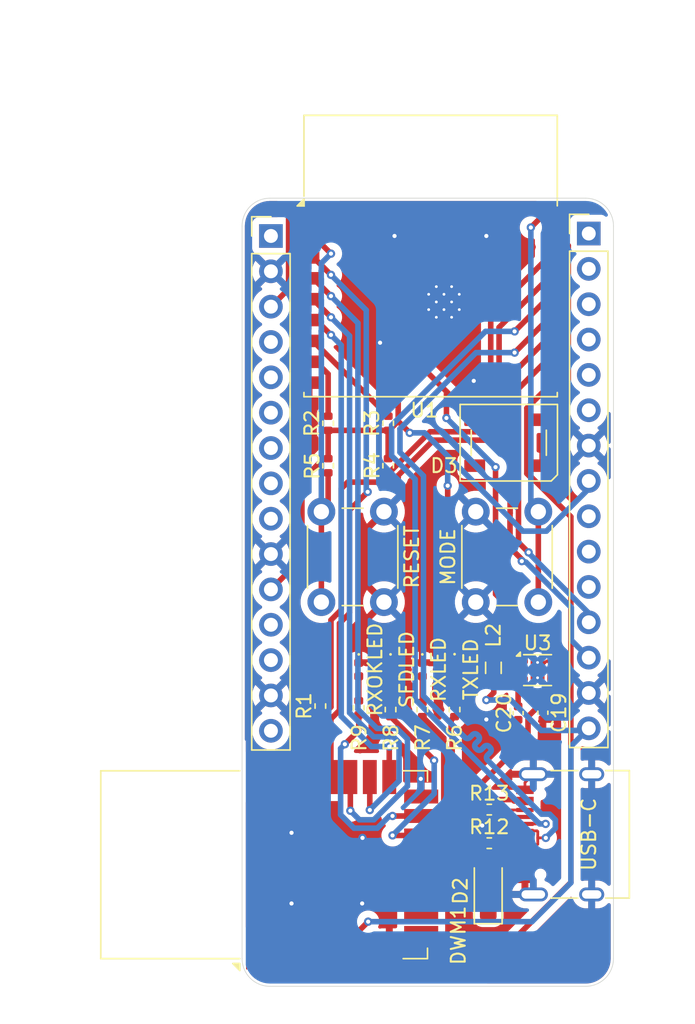
<source format=kicad_pcb>
(kicad_pcb (version 20241229) (generator "pcbnew") (generator_version "9.0")
  (layers (0 "F.Cu" signal) (2 "B.Cu" signal) (13 "F.Paste" user) (15 "B.Paste" user) (5 "F.SilkS" user "F.Silkscreen") (7 "B.SilkS" user "B.Silkscreen") (1 "F.Mask" user) (3 "B.Mask" user) (25 "Edge.Cuts" user))
  (net 0 "")
  (net 1 "GND")
  (net 2 "/U-SPICSn")
  (net 4 "+3V3")
  (net 5 "/U-IRQ")
  (net 6 "/U-SPIMISO")
  (net 7 "Net-(D1-A)")
  (net 9 "/U-SPIMOSI")
  (net 11 "Net-(D4-A)")
  (net 12 "/U-RSTn")
  (net 13 "Net-(D5-A)")
  (net 14 "/U-SPICLK")
  (net 17 "Net-(D6-A)")
  (net 19 "/GP14")
  (net 20 "/GP12")
  (net 21 "VIN")
  (net 22 "/GP10")
  (net 23 "/EN")
  (net 24 "/GP13")
  (net 25 "/RST")
  (net 26 "/GP15")
  (net 27 "/GP11")
  (net 28 "/GP9")
  (net 29 "/GP5")
  (net 30 "/GP1")
  (net 31 "/GP7")
  (net 32 "/GP2")
  (net 33 "/GP6")
  (net 34 "/TXD")
  (net 35 "/RXD")
  (net 36 "/GP0")
  (net 37 "/GP4")
  (net 38 "/GP3")
  (net 39 "/GP8")
  (net 40 "+5V")
  (net 41 "VBUS")
  (net 42 "/LED")
  (net 44 "Net-(J4-CC1)")
  (net 45 "USB_D-")
  (net 46 "USB_D+")
  (net 47 "Net-(J4-CC2)")
  (net 48 "Net-(U3-SW)")
  (net 49 "Net-(U1-IO9)")
  (net 50 "Net-(U1-IO8)")
  (net 51 "Net-(U1-IO2)")
  (net 52 "/ENABLE")
  (net 53 "/BUTTON")
  (net 54 "/RXLED")
  (net 55 "/RXOKLED")
  (net 56 "/SFDLED")
  (net 57 "/TXLED")
  (footprint "LED_SMD:LED_0402_1005Metric" (layer "F.Cu") (at 100.044 82.975 -90)
    (property "Reference" "SFDLED")
    (property "Value" "SFDLED")
  )
  (footprint "LED_SMD:LED_0402_1005Metric" (layer "F.Cu") (at 97.758 82.975 -90)
    (property "Reference" "RXOKLED")
    (property "Value" "RXOKLED")
  )
  (footprint "Resistor_SMD:R_0402_1005Metric" (layer "F.Cu") (at 95.5548 68.328 -90)
    (property "Reference" "R5")
    (property "Value" "10k")
  )
  (footprint "Diode_SMD:D_SOD-123" (layer "F.Cu") (at 107.069 98.8822 90)
    (property "Reference" "D2")
    (property "Value" "D_shottky")
  )
  (footprint "Resistor_SMD:R_0402_1005Metric" (layer "F.Cu") (at 94.996 85.598 90)
    (property "Reference" "R1")
    (property "Value" "10k")
  )
  (footprint "LED_SMD:LED_WS2812B_PLCC4_5.0x5.0mm_P3.2mm" (layer "F.Cu") (at 108.548 66.674)
    (property "Reference" "D3")
    (property "Value" "WS2812B")
  )
  (footprint "Connector_PinHeader_2.54mm:PinHeader_1x15_P2.54mm_Vertical" (layer "F.Cu") (at 91.44 51.816)
    (property "Reference" "J1" (hide yes))
    (property "Value" "L_GPIO")
  )
  (footprint "Resistor_SMD:R_0402_1005Metric" (layer "F.Cu") (at 107.1452 95.4532)
    (property "Reference" "R12")
    (property "Value" "5.1k")
  )
  (footprint "Capacitor_SMD:C_0402_1005Metric" (layer "F.Cu") (at 110.998 86.078 -90)
    (property "Reference" "C19")
    (property "Value" "10uF")
  )
  (footprint "Capacitor_SMD:C_0402_1005Metric" (layer "F.Cu") (at 109.22 86.106 -90)
    (property "Reference" "C20")
    (property "Value" "10uF")
  )
  (footprint "Resistor_SMD:R_0402_1005Metric" (layer "F.Cu") (at 100.044 85.85 -90)
    (property "Reference" "R8")
    (property "Value" "R_Small")
  )
  (footprint "Resistor_SMD:R_0402_1005Metric" (layer "F.Cu") (at 95.5548 65.278 90)
    (property "Reference" "R2")
    (property "Value" "10k")
  )
  (footprint "Button_Switch_THT:SW_PUSH_6mm" (layer "F.Cu") (at 106.172 78.128 90)
    (property "Reference" "MODE")
    (property "Value" "MODE")
  )
  (footprint "LED_SMD:LED_0402_1005Metric" (layer "F.Cu") (at 104.648 82.96 -90)
    (property "Reference" "TXLED")
    (property "Value" "TXLED")
  )
  (footprint "Connector_USB:USB_C_Receptacle_G-Switch_GT-USB-7010ASV" (layer "F.Cu") (at 113.4362 94.8182 90)
    (property "Reference" "USB-C")
    (property "Value" "USB_C_Receptacle_USB2.0_14P")
  )
  (footprint "RF_Module:ESP32-C3-WROOM-02" (layer "F.Cu") (at 102.926 56.358)
    (property "Reference" "U1")
    (property "Value" "ESP32-C3-WROOM-02")
  )
  (footprint "Resistor_SMD:R_0402_1005Metric" (layer "F.Cu") (at 97.758 85.726 -90)
    (property "Reference" "R9")
    (property "Value" "R_Small")
  )
  (footprint "Package_SON:WSON-6-1EP_2x2mm_P0.65mm_EP1x1.6mm_ThermalVias" (layer "F.Cu") (at 110.6185 83.016)
    (property "Reference" "U3")
    (property "Value" "TPS62291")
  )
  (footprint "Resistor_SMD:R_0402_1005Metric" (layer "F.Cu") (at 99.8728 68.326 90)
    (property "Reference" "R4")
    (property "Value" "10k")
  )
  (footprint "Resistor_SMD:R_0402_1005Metric" (layer "F.Cu") (at 99.8728 65.276 90)
    (property "Reference" "R3")
    (property "Value" "10k")
  )
  (footprint "Resistor_SMD:R_0402_1005Metric" (layer "F.Cu") (at 104.648 85.85 -90)
    (property "Reference" "R6")
    (property "Value" "R_Small")
  )
  (footprint "Inductor_SMD:L_0805_2012Metric" (layer "F.Cu") (at 107.442 82.851 90)
    (property "Reference" "L2")
    (property "Value" "2.2uH 1.2A")
  )
  (footprint "RF_Module:DWM1000" (layer "F.Cu") (at 90.9512 97 90)
    (property "Reference" "DWM1")
    (property "Value" "DWM1000")
  )
  (footprint "Button_Switch_THT:SW_PUSH_6mm" (layer "F.Cu") (at 99.568 71.628 -90)
    (property "Reference" "RESET")
    (property "Value" "RESET")
  )
  (footprint "LED_SMD:LED_0402_1005Metric" (layer "F.Cu") (at 102.33 82.975 -90)
    (property "Reference" "RXLED")
    (property "Value" "RXLED")
  )
  (footprint "Connector_PinHeader_2.54mm:PinHeader_1x15_P2.54mm_Vertical" (layer "F.Cu") (at 114.3 51.64)
    (property "Reference" "J2" (hide yes))
    (property "Value" "R_GPIO")
  )
  (footprint "Resistor_SMD:R_0402_1005Metric" (layer "F.Cu") (at 107.1452 93.0402)
    (property "Reference" "R13")
    (property "Value" "5.1k")
  )
  (footprint "Resistor_SMD:R_0402_1005Metric" (layer "F.Cu") (at 102.33 85.85 -90)
    (property "Reference" "R7")
    (property "Value" "R_Small")
  )
  (gr_line (start 116.078 51.1) (end 116.078 103.7402) (stroke (width 0.05)) (layer "Edge.Cuts"))
  (gr_arc (start 91.3652 105.7402) (mid 89.950986 105.154414) (end 89.3652 103.7402) (stroke (width 0.05)) (layer "Edge.Cuts"))
  (gr_line (start 114.078 105.7402) (end 91.3652 105.7402) (stroke (width 0.05)) (layer "Edge.Cuts"))
  (gr_arc (start 116.078 103.7402) (mid 115.492214 105.154414) (end 114.078 105.7402) (stroke (width 0.05)) (layer "Edge.Cuts"))
  (gr_line (start 89.3652 103.7402) (end 89.3652 51.1) (stroke (width 0.05)) (layer "Edge.Cuts"))
  (gr_line (start 91.3652 49.1) (end 114.078 49.1) (stroke (width 0.05)) (layer "Edge.Cuts"))
  (gr_arc (start 89.3652 51.1) (mid 89.950986 49.685786) (end 91.3652 49.1) (stroke (width 0.05)) (layer "Edge.Cuts"))
  (gr_arc (start 114.078 49.1) (mid 115.492214 49.685786) (end 116.078 51.1) (stroke (width 0.05)) (layer "Edge.Cuts"))
  (segment (start 109.7112 91.0982) (end 110.3112 90.4982) (width 0.2) (layer "F.Cu") (net 1))
  (segment (start 109.7112 91.6182) (end 109.7112 91.0982) (width 0.2) (layer "F.Cu") (net 1))
  (segment (start 93.066 73.05) (end 93.066 63.468) (width 0.4) (layer "F.Cu") (net 1))
  (segment (start 111.2685 82.366) (end 110.6185 83.016) (width 0.2) (layer "F.Cu") (net 1))
  (segment (start 93.066 63.468) (end 94.176 62.358) (width 0.4) (layer "F.Cu") (net 1))
  (segment (start 111.506 82.366) (end 111.2685 82.366) (width 0.2) (layer "F.Cu") (net 1))
  (segment (start 91.44 74.676) (end 93.066 73.05) (width 0.4) (layer "F.Cu") (net 1))
  (segment (start 109.731 83.016) (end 110.6185 83.016) (width 0.2) (layer "F.Cu") (net 1))
  (via (at 106.934 51.816) (size 0.6) (drill 0.3) (layers "F.Cu" "B.Cu") (net 1))
  (via (at 98.0266 95.0736) (size 0.6) (drill 0.3) (layers "F.Cu" "B.Cu") (net 1))
  (via (at 98.0012 99.786) (size 0.6) (drill 0.3) (layers "F.Cu" "B.Cu") (net 1))
  (via (at 99.2886 59.4868) (size 0.6) (drill 0.3) (layers "F.Cu" "B.Cu") (net 1))
  (via (at 106.0276 62.23) (size 0.6) (drill 0.3) (layers "F.Cu" "B.Cu") (net 1))
  (via (at 100.33 51.816) (size 0.6) (drill 0.3) (layers "F.Cu" "B.Cu") (net 1))
  (via (at 106.6372 94.1832) (size 0.6) (drill 0.3) (layers "F.Cu" "B.Cu") (net 1))
  (via (at 92.9212 94.706) (size 0.6) (drill 0.3) (layers "F.Cu" "B.Cu") (net 1))
  (via (at 106.934 86.5632) (size 0.6) (drill 0.3) (layers "F.Cu" "B.Cu") (net 1))
  (via (at 102.2176 90.8304) (size 0.6) (drill 0.3) (layers "F.Cu" "B.Cu") (net 1))
  (via (at 92.9212 99.786) (size 0.6) (drill 0.3) (layers "F.Cu" "B.Cu") (net 1))
  (segment (start 99.9512 90.7) (end 99.9512 88.5142) (width 0.4) (layer "F.Cu") (net 2))
  (segment (start 95.758 58.928) (end 94.688 57.858) (width 0.4) (layer "F.Cu") (net 2))
  (segment (start 94.688 57.858) (end 94.176 57.858) (width 0.4) (layer "F.Cu") (net 2))
  (via (at 95.758 58.928) (size 0.6) (drill 0.3) (layers "F.Cu" "B.Cu") (net 2))
  (via (at 99.957 88.5084) (size 0.6) (drill 0.3) (layers "F.Cu" "B.Cu") (net 2))
  (segment (start 96.4946 59.6646) (end 96.4946 86.329542) (width 0.4) (layer "B.Cu") (net 2))
  (segment (start 99.957 88.5084) (end 98.673458 88.5084) (width 0.4) (layer "B.Cu") (net 2))
  (segment (start 95.758 58.928) (end 96.4946 59.6646) (width 0.4) (layer "B.Cu") (net 2))
  (segment (start 98.673458 88.5084) (end 96.4946 86.329542) (width 0.4) (layer "B.Cu") (net 2))
  (segment (start 107.4674 84.6346) (end 107.4674 83.9135) (width 0.4) (layer "F.Cu") (net 4))
  (segment (start 108.97 83.9135) (end 109.22 84.1635) (width 0.4) (layer "F.Cu") (net 4))
  (segment (start 95.234801 67.818) (end 95.5548 67.818) (width 0.4) (layer "F.Cu") (net 4))
  (segment (start 107.186284 83.9135) (end 107.442 83.9135) (width 0.4) (layer "F.Cu") (net 4))
  (segment (start 93.667 69.385801) (end 95.234801 67.818) (width 0.4) (layer "F.Cu") (net 4))
  (segment (start 97.1524 102.3726) (end 97.1524 103.3) (width 0.4) (layer "F.Cu") (net 4))
  (segment (start 107.4674 83.9135) (end 108.97 83.9135) (width 0.4) (layer "F.Cu") (net 4))
  (segment (start 91.44 77.216) (end 93.667 74.989) (width 0.4) (layer "F.Cu") (net 4))
  (segment (start 95.8322 65.788) (end 95.8342 65.786) (width 0.4) (layer "F.Cu") (net 4))
  (segment (start 100.5938 65.12676) (end 100.5938 56.4758) (width 0.4) (layer "F.Cu") (net 4))
  (segment (start 98.433 101.092) (end 97.1524 102.3726) (width 0.4) (layer "F.Cu") (net 4))
  (segment (start 109.22 85.626) (end 109.22 84.1635) (width 0.4) (layer "F.Cu") (net 4))
  (segment (start 100.5938 65.12676) (end 100.5938 65.1354) (width 0.4) (layer "F.Cu") (net 4))
  (segment (start 100.5938 56.4758) (end 94.476 50.358) (width 0.4) (layer "F.Cu") (net 4))
  (segment (start 95.5548 67.818) (end 95.5548 65.788) (width 0.4) (layer "F.Cu") (net 4))
  (segment (start 95.8342 65.786) (end 99.8728 65.786) (width 0.4) (layer "F.Cu") (net 4))
  (segment (start 109.22 84.1635) (end 109.7175 83.666) (width 0.4) (layer "F.Cu") (net 4))
  (segment (start 99.8728 65.786) (end 99.93456 65.786) (width 0.4) (layer "F.Cu") (net 4))
  (segment (start 95.7524 103.3) (end 97.1524 103.3) (width 0.4) (layer "F.Cu") (net 4))
  (segment (start 99.8728 67.816) (end 99.8728 65.786) (width 0.4) (layer "F.Cu") (net 4))
  (segment (start 106.934 85.168) (end 107.4674 84.6346) (width 0.4) (layer "F.Cu") (net 4))
  (segment (start 97.1524 103.3) (end 98.5524 103.3) (width 0.4) (layer "F.Cu") (net 4))
  (segment (start 99.93456 65.786) (end 100.5938 65.12676) (width 0.4) (layer "F.Cu") (net 4))
  (segment (start 95.5548 65.788) (end 95.8322 65.788) (width 0.4) (layer "F.Cu") (net 4))
  (segment (start 93.667 74.989) (end 93.667 69.385801) (width 0.4) (layer "F.Cu") (net 4))
  (segment (start 104.1527 80.879916) (end 107.186284 83.9135) (width 0.4) (layer "F.Cu") (net 4))
  (segment (start 104.1527 69.7611) (end 104.1527 80.879916) (width 0.4) (layer "F.Cu") (net 4))
  (segment (start 100.5938 65.1354) (end 101.4222 65.9638) (width 0.4) (layer "F.Cu") (net 4))
  (segment (start 94.476 50.358) (end 94.176 50.358) (width 0.4) (layer "F.Cu") (net 4))
  (via (at 106.934 85.168) (size 0.6) (drill 0.3) (layers "F.Cu" "B.Cu") (net 4))
  (via (at 98.433 101.092) (size 0.6) (drill 0.3) (layers "F.Cu" "B.Cu") (net 4))
  (via (at 101.4222 65.9638) (size 0.6) (drill 0.3) (layers "F.Cu" "B.Cu") (net 4))
  (via (at 104.1527 69.7611) (size 0.6) (drill 0.3) (layers "F.Cu" "B.Cu") (net 4))
  (segment (start 109.5542 73.029) (end 111.252314 73.029) (width 0.4) (layer "B.Cu") (net 4))
  (segment (start 110.2186 101.092) (end 113.0126 98.298) (width 0.4) (layer "B.Cu") (net 4))
  (segment (start 113.0126 98.298) (end 113.0126 88.4874) (width 0.4) (layer "B.Cu") (net 4))
  (segment (start 104.1527 67.6275) (end 109.5542 73.029) (width 0.4) (layer "B.Cu") (net 4))
  (segment (start 113.0126 88.4874) (end 114.3 87.2) (width 0.4) (layer "B.Cu") (net 4))
  (segment (start 98.433 101.092) (end 110.2186 101.092) (width 0.4) (layer "B.Cu") (net 4))
  (segment (start 114.1485 87.3515) (end 114.3 87.2) (width 0.4) (layer "B.Cu") (net 4))
  (segment (start 102.489 65.9638) (end 104.1527 67.6275) (width 0.4) (layer "B.Cu") (net 4))
  (segment (start 104.1527 67.6275) (end 104.1527 69.7611) (width 0.4) (layer "B.Cu") (net 4))
  (segment (start 106.9358 85.1662) (end 108.6947 85.1662) (width 0.4) (layer "B.Cu") (net 4))
  (segment (start 106.934 85.168) (end 106.9358 85.1662) (width 0.4) (layer "B.Cu") (net 4))
  (segment (start 108.6947 85.1662) (end 110.88 87.3515) (width 0.4) (layer "B.Cu") (net 4))
  (segment (start 111.252314 73.029) (end 114.3 69.981314) (width 0.4) (layer "B.Cu") (net 4))
  (segment (start 114.3 69.981314) (end 114.3 69.42) (width 0.4) (layer "B.Cu") (net 4))
  (segment (start 101.4222 65.9638) (end 102.489 65.9638) (width 0.4) (layer "B.Cu") (net 4))
  (segment (start 110.88 87.3515) (end 114.1485 87.3515) (width 0.4) (layer "B.Cu") (net 4))
  (segment (start 103.131902 66.4886) (end 107.200214 66.4886) (width 0.4) (layer "F.Cu") (net 5))
  (segment (start 100.5938 69.026702) (end 103.131902 66.4886) (width 0.4) (layer "F.Cu") (net 5))
  (segment (start 107.85 65.838814) (end 107.85 58.384) (width 0.4) (layer "F.Cu") (net 5))
  (segment (start 95.758 79.419314) (end 96.469 78.708314) (width 0.4) (layer "F.Cu") (net 5))
  (segment (start 95.315999 86.108) (end 95.758 85.665999) (width 0.4) (layer "F.Cu") (net 5))
  (segment (start 96.9646 69.507) (end 100.28356 69.507) (width 0.4) (layer "F.Cu") (net 5))
  (segment (start 92.9524 90.7) (end 92.9524 88.1516) (width 0.4) (layer "F.Cu") (net 5))
  (segment (start 107.85 58.384) (end 111.376 54.858) (width 0.4) (layer "F.Cu") (net 5))
  (segment (start 100.5938 69.19676) (end 100.5938 69.026702) (width 0.4) (layer "F.Cu") (net 5))
  (segment (start 96.4946 69.977) (end 96.9646 69.507) (width 0.4) (layer "F.Cu") (net 5))
  (segment (start 111.376 54.858) (end 111.676 54.858) (width 0.4) (layer "F.Cu") (net 5))
  (segment (start 96.4946 78.6384) (end 96.4946 69.977) (width 0.4) (layer "F.Cu") (net 5))
  (segment (start 96.469 78.664) (end 96.4946 78.6384) (width 0.4) (layer "F.Cu") (net 5))
  (segment (start 96.469 78.708314) (end 96.469 78.664) (width 0.4) (layer "F.Cu") (net 5))
  (segment (start 100.28356 69.507) (end 100.5938 69.19676) (width 0.4) (layer "F.Cu") (net 5))
  (segment (start 107.200214 66.4886) (end 107.85 65.838814) (width 0.4) (layer "F.Cu") (net 5))
  (segment (start 95.758 85.665999) (end 95.758 79.419314) (width 0.4) (layer "F.Cu") (net 5))
  (segment (start 94.996 86.108) (end 95.315999 86.108) (width 0.4) (layer "F.Cu") (net 5))
  (segment (start 92.9524 88.1516) (end 94.996 86.108) (width 0.4) (layer "F.Cu") (net 5))
  (segment (start 95.758 56.134) (end 94.482 54.858) (width 0.4) (layer "F.Cu") (net 6))
  (segment (start 97.1524 93.1206) (end 97.1524 90.7) (width 0.4) (layer "F.Cu") (net 6))
  (segment (start 94.482 54.858) (end 94.176 54.858) (width 0.4) (layer "F.Cu") (net 6))
  (via (at 97.1524 93.1206) (size 0.6) (drill 0.3) (layers "F.Cu" "B.Cu") (net 6))
  (via (at 95.758 56.134) (size 0.6) (drill 0.3) (layers "F.Cu" "B.Cu") (net 6))
  (segment (start 97.1524 93.1206) (end 97.8044 93.7726) (width 0.4) (layer "B.Cu") (net 6))
  (segment (start 99.071742 87.2068) (end 97.6966 85.831658) (width 0.4) (layer "B.Cu") (net 6))
  (segment (start 100.496706 87.2068) (end 99.071742 87.2068) (width 0.4) (layer "B.Cu") (net 6))
  (segment (start 101.259 91.355164) (end 101.259 87.969094) (width 0.4) (layer "B.Cu") (net 6))
  (segment (start 101.259 87.969094) (end 100.496706 87.2068) (width 0.4) (layer "B.Cu") (net 6))
  (segment (start 98.841564 93.7726) (end 101.259 91.355164) (width 0.4) (layer "B.Cu") (net 6))
  (segment (start 97.6966 58.0726) (end 95.758 56.134) (width 0.4) (layer "B.Cu") (net 6))
  (segment (start 97.6966 85.831658) (end 97.6966 58.0726) (width 0.4) (layer "B.Cu") (net 6))
  (segment (start 97.8044 93.7726) (end 98.841564 93.7726) (width 0.4) (layer "B.Cu") (net 6))
  (segment (start 104.648 85.34) (end 104.648 83.445) (width 0.4) (layer "F.Cu") (net 7))
  (segment (start 94.458 56.358) (end 94.176 56.358) (width 0.4) (layer "F.Cu") (net 9))
  (segment (start 95.758 57.658) (end 94.458 56.358) (width 0.4) (layer "F.Cu") (net 9))
  (segment (start 98.5512 93.0716) (end 98.5512 90.7) (width 0.4) (layer "F.Cu") (net 9))
  (via (at 98.5512 93.0716) (size 0.6) (drill 0.3) (layers "F.Cu" "B.Cu") (net 9))
  (via (at 95.758 57.658) (size 0.6) (drill 0.3) (layers "F.Cu" "B.Cu") (net 9))
  (segment (start 97.0956 86.0806) (end 97.0956 58.9956) (width 0.4) (layer "B.Cu") (net 9))
  (segment (start 98.8228 87.8078) (end 97.0956 86.0806) (width 0.4) (layer "B.Cu") (net 9))
  (segment (start 97.0956 58.9956) (end 95.758 57.658) (width 0.4) (layer "B.Cu") (net 9))
  (segment (start 100.247764 87.8078) (end 98.8228 87.8078) (width 0.4) (layer "B.Cu") (net 9))
  (segment (start 100.658 90.9648) (end 100.658 88.218036) (width 0.4) (layer "B.Cu") (net 9))
  (segment (start 98.5512 93.0716) (end 100.658 90.9648) (width 0.4) (layer "B.Cu") (net 9))
  (segment (start 100.658 88.218036) (end 100.247764 87.8078) (width 0.4) (layer "B.Cu") (net 9))
  (segment (start 102.33 85.34) (end 102.33 83.46) (width 0.4) (layer "F.Cu") (net 11))
  (segment (start 92.9524 103.3) (end 92.9524 104.2728) (width 0.4) (layer "F.Cu") (net 12))
  (segment (start 109.847 68.889872) (end 109.847 64.187) (width 0.4) (layer "F.Cu") (net 12))
  (segment (start 113.0126 71.987286) (end 110.200314 69.175) (width 0.4) (layer "F.Cu") (net 12))
  (segment (start 93.6056 104.926) (end 106.3592 104.926) (width 0.4) (layer "F.Cu") (net 12))
  (segment (start 110.200314 69.175) (end 110.132128 69.175) (width 0.4) (layer "F.Cu") (net 12))
  (segment (start 92.9524 104.2728) (end 93.6056 104.926) (width 0.4) (layer "F.Cu") (net 12))
  (segment (start 110.132128 69.175) (end 109.847 68.889872) (width 0.4) (layer "F.Cu") (net 12))
  (segment (start 106.3592 104.926) (end 113.0126 98.2726) (width 0.4) (layer "F.Cu") (net 12))
  (segment (start 113.0126 98.2726) (end 113.0126 71.987286) (width 0.4) (layer "F.Cu") (net 12))
  (segment (start 109.847 64.187) (end 111.676 62.358) (width 0.4) (layer "F.Cu") (net 12))
  (segment (start 100.044 85.34) (end 100.044 83.46) (width 0.4) (layer "F.Cu") (net 13))
  (segment (start 96.3676 85.906341) (end 96.3676 79.659656) (width 0.4) (layer "F.Cu") (net 14))
  (segment (start 97.0956 71.5096) (end 98.167 70.4382) (width 0.4) (layer "F.Cu") (net 14))
  (segment (start 97.0956 78.887342) (end 97.0956 71.5096) (width 0.4) (layer "F.Cu") (net 14))
  (segment (start 97.07 78.912942) (end 97.0956 78.887342) (width 0.4) (layer "F.Cu") (net 14))
  (segment (start 98.167 70.4382) (end 98.167 70.4366) (width 0.4) (layer "F.Cu") (net 14))
  (segment (start 95.7524 86.521541) (end 96.3676 85.906341) (width 0.4) (layer "F.Cu") (net 14))
  (segment (start 95.7524 90.7) (end 95.7524 86.521541) (width 0.4) (layer "F.Cu") (net 14))
  (segment (start 96.3676 79.659656) (end 97.07 78.957256) (width 0.4) (layer "F.Cu") (net 14))
  (segment (start 98.167 70.4366) (end 98.3966 70.207) (width 0.4) (layer "F.Cu") (net 14))
  (segment (start 97.07 78.957256) (end 97.07 78.912942) (width 0.4) (layer "F.Cu") (net 14))
  (segment (start 94.5134 53.3654) (end 94.1834 53.3654) (width 0.4) (layer "F.Cu") (net 14))
  (segment (start 94.1834 53.3654) (end 94.176 53.358) (width 0.4) (layer "F.Cu") (net 14))
  (segment (start 95.758 54.61) (end 94.5134 53.3654) (width 0.4) (layer "F.Cu") (net 14))
  (via (at 98.3966 70.207) (size 0.6) (drill 0.3) (layers "F.Cu" "B.Cu") (net 14))
  (via (at 95.758 54.61) (size 0.6) (drill 0.3) (layers "F.Cu" "B.Cu") (net 14))
  (segment (start 98.2976 57.1496) (end 98.2976 70.108) (width 0.4) (layer "B.Cu") (net 14))
  (segment (start 98.2976 70.108) (end 98.3966 70.207) (width 0.4) (layer "B.Cu") (net 14))
  (segment (start 95.758 54.61) (end 98.2976 57.1496) (width 0.4) (layer "B.Cu") (net 14))
  (segment (start 97.758 85.216) (end 97.758 83.46) (width 0.4) (layer "F.Cu") (net 17))
  (segment (start 108.6358 71.755) (end 108.645 71.7458) (width 0.4) (layer "F.Cu") (net 34))
  (segment (start 109.481945 75.053782) (end 108.6358 74.207637) (width 0.4) (layer "F.Cu") (net 34))
  (segment (start 109.481945 75.18481) (end 109.481945 75.053782) (width 0.4) (layer "F.Cu") (net 34))
  (segment (start 111.174 59.358) (end 111.676 59.358) (width 0.4) (layer "F.Cu") (net 34))
  (segment (start 108.645 61.887) (end 111.174 59.358) (width 0.4) (layer "F.Cu") (net 34))
  (segment (start 108.645 71.7458) (end 108.645 61.887) (width 0.4) (layer "F.Cu") (net 34))
  (segment (start 108.6358 74.207637) (end 108.6358 71.755) (width 0.4) (layer "F.Cu") (net 34))
  (via (at 109.481945 75.18481) (size 0.6) (drill 0.3) (layers "F.Cu" "B.Cu") (net 34))
  (segment (start 109.481945 75.18481) (end 109.612973 75.18481) (width 0.4) (layer "B.Cu") (net 34))
  (segment (start 109.612973 75.18481) (end 109.681636 75.253473) (width 0.4) (layer "B.Cu") (net 34))
  (segment (start 109.778787 75.253473) (end 113.049 78.523686) (width 0.4) (layer "B.Cu") (net 34))
  (segment (start 113.049 80.869) (end 114.3 82.12) (width 0.4) (layer "B.Cu") (net 34))
  (segment (start 113.049 78.523686) (end 113.049 80.869) (width 0.4) (layer "B.Cu") (net 34))
  (segment (start 109.681636 75.253473) (end 109.778787 75.253473) (width 0.4) (layer "B.Cu") (net 34))
  (segment (start 109.246 73.8384) (end 109.246 62.786) (width 0.4) (layer "F.Cu") (net 35))
  (segment (start 109.960073 74.552473) (end 109.246 73.8384) (width 0.4) (layer "F.Cu") (net 35))
  (segment (start 111.174 60.858) (end 111.676 60.858) (width 0.4) (layer "F.Cu") (net 35))
  (segment (start 109.972 74.552473) (end 109.960073 74.552473) (width 0.4) (layer "F.Cu") (net 35))
  (segment (start 109.246 62.786) (end 111.174 60.858) (width 0.4) (layer "F.Cu") (net 35))
  (via (at 109.972 74.552473) (size 0.6) (drill 0.3) (layers "F.Cu" "B.Cu") (net 35))
  (segment (start 109.972 74.552473) (end 109.972 74.596744) (width 0.4) (layer "B.Cu") (net 35))
  (segment (start 109.972 74.596744) (end 114.3 78.924744) (width 0.4) (layer "B.Cu") (net 35))
  (segment (start 114.3 78.924744) (end 114.3 79.58) (width 0.4) (layer "B.Cu") (net 35))
  (segment (start 111.5195 85.0765) (end 110.998 85.598) (width 0.4) (layer "F.Cu") (net 40))
  (segment (start 111.75828 83.016) (end 111.5195 83.016) (width 0.4) (layer "F.Cu") (net 40))
  (segment (start 104.0649 64.8959) (end 104.0638 64.897) (width 0.4) (layer "F.Cu") (net 40))
  (segment (start 107.5944 77.55212) (end 112.0945 82.05222) (width 0.4) (layer "F.Cu") (net 40))
  (segment (start 92.71 55.626) (end 91.44 56.896) (width 0.4) (layer "F.Cu") (net 40))
  (segment (start 110.998 85.598) (end 110.688001 85.598) (width 0.4) (layer "F.Cu") (net 40))
  (segment (start 105.325 98.7882) (end 107.069 100.5322) (width 0.4) (layer "F.Cu") (net 40))
  (segment (start 110.688001 85.598) (end 109.931 86.355001) (width 0.4) (layer "F.Cu") (net 40))
  (segment (start 107.5944 68.4276) (end 107.5944 77.55212) (width 0.4) (layer "F.Cu") (net 40))
  (segment (start 111.5195 83.016) (end 111.5195 85.0765) (width 0.4) (layer "F.Cu") (net 40))
  (segment (start 92.71 49.507) (end 92.71 55.626) (width 0.4) (layer "F.Cu") (net 40))
  (segment (start 105.325 92.418698) (end 105.325 98.7882) (width 0.4) (layer "F.Cu") (net 40))
  (segment (start 109.931 87.812698) (end 105.325 92.418698) (width 0.4) (layer "F.Cu") (net 40))
  (segment (start 104.0649 62.9909) (end 101.1948 60.1208) (width 0.4) (layer "F.Cu") (net 40))
  (segment (start 112.0945 82.67978) (end 111.75828 83.016) (width 0.4) (layer "F.Cu") (net 40))
  (segment (start 95.327 49.507) (end 92.71 49.507) (width 0.4) (layer "F.Cu") (net 40))
  (segment (start 106.098 65.024) (end 104.0649 62.9909) (width 0.4) (layer "F.Cu") (net 40))
  (segment (start 112.0945 82.05222) (end 112.0945 82.67978) (width 0.4) (layer "F.Cu") (net 40))
  (segment (start 104.0649 62.9909) (end 104.0649 64.8959) (width 0.4) (layer "F.Cu") (net 40))
  (segment (start 101.1948 55.3748) (end 95.327 49.507) (width 0.4) (layer "F.Cu") (net 40))
  (segment (start 109.931 86.355001) (end 109.931 87.812698) (width 0.4) (layer "F.Cu") (net 40))
  (segment (start 101.1948 60.1208) (end 101.1948 55.3748) (width 0.4) (layer "F.Cu") (net 40))
  (via (at 104.0638 64.897) (size 0.6) (drill 0.3) (layers "F.Cu" "B.Cu") (net 40))
  (via (at 107.5944 68.4276) (size 0.6) (drill 0.3) (layers "F.Cu" "B.Cu") (net 40))
  (segment (start 104.0638 64.897) (end 107.5944 68.4276) (width 0.4) (layer "B.Cu") (net 40))
  (segment (start 107.2458 97.2322) (end 107.069 97.2322) (width 0.4) (layer "F.Cu") (net 41))
  (segment (start 107.069 97.2312) (end 107.069 97.2322) (width 0.4) (layer "F.Cu") (net 41))
  (segment (start 105.926 92.66764) (end 105.926 96.0882) (width 0.4) (layer "F.Cu") (net 41))
  (segment (start 108.8372 92.3192) (end 106.27444 92.3192) (width 0.4) (layer "F.Cu") (net 41))
  (segment (start 109.7112 97.2182) (end 107.2598 97.2182) (width 0.4) (layer "F.Cu") (net 41))
  (segment (start 109.7112 92.4182) (end 108.9362 92.4182) (width 0.4) (layer "F.Cu") (net 41))
  (segment (start 106.27444 92.3192) (end 105.926 92.66764) (width 0.4) (layer "F.Cu") (net 41))
  (segment (start 108.9362 92.4182) (end 108.8372 92.3192) (width 0.4) (layer "F.Cu") (net 41))
  (segment (start 107.2598 97.2182) (end 107.2458 97.2322) (width 0.4) (layer "F.Cu") (net 41))
  (segment (start 105.926 96.0882) (end 107.069 97.2312) (width 0.4) (layer "F.Cu") (net 41))
  (segment (start 110.998 65.024) (end 112.827 63.195) (width 0.4) (layer "F.Cu") (net 42))
  (segment (start 112.827 52.507) (end 112.178 51.858) (width 0.4) (layer "F.Cu") (net 42))
  (segment (start 112.827 63.195) (end 112.827 52.507) (width 0.4) (layer "F.Cu") (net 42))
  (segment (start 112.178 51.858) (end 111.676 51.858) (width 0.4) (layer "F.Cu") (net 42))
  (segment (start 109.7112 96.0682) (end 108.2702 96.0682) (width 0.2) (layer "F.Cu") (net 44))
  (segment (start 108.2702 96.0682) (end 107.6552 95.4532) (width 0.2) (layer "F.Cu") (net 44))
  (segment (start 110.6322 95.0722) (end 111.2092 95.0722) (width 0.2) (layer "F.Cu") (net 45))
  (segment (start 110.6322 94.6172) (end 110.6322 95.0722) (width 0.2) (layer "F.Cu") (net 45))
  (segment (start 110.6322 95.0722) (end 110.6322 95.5192) (width 0.2) (layer "F.Cu") (net 45))
  (segment (start 110.5832 95.5682) (end 109.7112 95.5682) (width 0.2) (layer "F.Cu") (net 45))
  (segment (start 110.5832 94.5682) (end 110.6322 94.6172) (width 0.2) (layer "F.Cu") (net 45))
  (segment (start 111.306 57.858) (end 108.966 60.198) (width 0.4) (layer "F.Cu") (net 45))
  (segment (start 111.676 57.858) (end 111.306 57.858) (width 0.4) (layer "F.Cu") (net 45))
  (segment (start 109.7112 94.5682) (end 110.5832 94.5682) (width 0.2) (layer "F.Cu") (net 45))
  (segment (start 110.6322 95.5192) (end 110.5832 95.5682) (width 0.2) (layer "F.Cu") (net 45))
  (via (at 111.2092 95.0722) (size 0.6) (drill 0.3) (layers "F.Cu" "B.Cu") (net 45))
  (via (at 108.966 60.198) (size 0.6) (drill 0.3) (layers "F.Cu" "B.Cu") (net 45))
  (segment (start 102.4122 84.872564) (end 102.4122 82.326926) (width 0.4) (layer "B.Cu") (net 45))
  (segment (start 106.367665 87.740767) (end 106.282812 87.655914) (width 0.4) (layer "B.Cu") (net 45))
  (segment (start 105.314917 87.775281) (end 102.4122 84.872564) (width 0.4) (layer "B.Cu") (net 45))
  (segment (start 105.9434 87.655914) (end 105.73918 87.860133) (width 0.4) (layer "B.Cu") (net 45))
  (segment (start 100.7212 65.673436) (end 106.196636 60.198) (width 0.4) (layer "B.Cu") (net 45))
  (segment (start 106.248298 88.708662) (end 106.163446 88.62381) (width 0.4) (layer "B.Cu") (net 45))
  (segment (start 111.2092 95.0722) (end 111.8982 94.3832) (width 0.4) (layer "B.Cu") (net 45))
  (segment (start 100.7212 67.363) (end 100.7212 65.673436) (width 0.4) (layer "B.Cu") (net 45))
  (segment (start 107.011975 89.132927) (end 107.216194 88.928707) (width 0.4) (layer "B.Cu") (net 45))
  (segment (start 111.8982 94.3832) (end 111.8982 93.777836) (width 0.4) (layer "B.Cu") (net 45))
  (segment (start 106.791929 88.504443) (end 106.587709 88.708662) (width 0.4) (layer "B.Cu") (net 45))
  (segment (start 106.163446 88.284398) (end 106.367665 88.080178) (width 0.4) (layer "B.Cu") (net 45))
  (segment (start 111.487564 93.3672) (end 110.906836 93.3672) (width 0.4) (layer "B.Cu") (net 45))
  (segment (start 106.196636 60.198) (end 108.966 60.198) (width 0.4) (layer "B.Cu") (net 45))
  (segment (start 102.4122 69.054) (end 100.7212 67.363) (width 0.4) (layer "B.Cu") (net 45))
  (segment (start 107.216194 88.589296) (end 107.131341 88.504443) (width 0.4) (layer "B.Cu") (net 45))
  (segment (start 110.906836 93.3672) (end 107.011975 89.472339) (width 0.4) (layer "B.Cu") (net 45))
  (segment (start 105.399769 87.860133) (end 105.314917 87.775281) (width 0.4) (layer "B.Cu") (net 45))
  (segment (start 111.8982 93.777836) (end 111.487564 93.3672) (width 0.4) (layer "B.Cu") (net 45))
  (segment (start 102.4122 82.326926) (end 102.4122 69.054) (width 0.4) (layer "B.Cu") (net 45))
  (arc (start 107.011975 89.472339) (mid 106.94168 89.302633) (end 107.011975 89.132927) (width 0.4) (layer "B.Cu") (net 45))
  (arc (start 105.73918 87.860133) (mid 105.569474 87.930428) (end 105.399769 87.860133) (width 0.4) (layer "B.Cu") (net 45))
  (arc (start 107.216194 88.928707) (mid 107.286489 88.759001) (end 107.216194 88.589296) (width 0.4) (layer "B.Cu") (net 45))
  (arc (start 106.367665 88.080178) (mid 106.43796 87.910472) (end 106.367665 87.740767) (width 0.4) (layer "B.Cu") (net 45))
  (arc (start 106.282812 87.655914) (mid 106.113106 87.585619) (end 105.9434 87.655914) (width 0.4) (layer "B.Cu") (net 45))
  (arc (start 107.131341 88.504443) (mid 106.961635 88.434148) (end 106.791929 88.504443) (width 0.4) (layer "B.Cu") (net 45))
  (arc (start 106.587709 88.708662) (mid 106.418003 88.778957) (end 106.248298 88.708662) (width 0.4) (layer "B.Cu") (net 45))
  (arc (start 106.163446 88.62381) (mid 106.093151 88.454104) (end 106.163446 88.284398) (width 0.4) (layer "B.Cu") (net 45))
  (segment (start 109.7112 94.0682) (end 111.1972 94.0682) (width 0.2) (layer "F.Cu") (net 46))
  (segment (start 108.8392 94.0682) (end 109.7112 94.0682) (width 0.2) (layer "F.Cu") (net 46))
  (segment (start 111.282 56.358) (end 108.966 58.674) (width 0.4) (layer "F.Cu") (net 46))
  (segment (start 108.7902 95.0192) (end 108.7902 94.1172) (width 0.2) (layer "F.Cu") (net 46))
  (segment (start 111.676 56.358) (end 111.282 56.358) (width 0.4) (layer "F.Cu") (net 46))
  (segment (start 108.7902 94.1172) (end 108.8392 94.0682) (width 0.2) (layer "F.Cu") (net 46))
  (segment (start 108.8392 95.0682) (end 108.7902 95.0192) (width 0.2) (layer "F.Cu") (net 46))
  (segment (start 109.7112 95.0682) (end 108.8392 95.0682) (width 0.2) (layer "F.Cu") (net 46))
  (via (at 111.1972 94.0682) (size 0.6) (drill 0.3) (layers "F.Cu" "B.Cu") (net 46))
  (via (at 108.966 58.674) (size 0.6) (drill 0.3) (layers "F.Cu" "B.Cu") (net 46))
  (segment (start 100.1202 65.424494) (end 100.1202 67.611942) (width 0.4) (layer "B.Cu") (net 46))
  (segment (start 100.1202 67.611942) (end 101.8112 69.302942) (width 0.4) (layer "B.Cu") (net 46))
  (segment (start 108.966 58.674) (end 106.870694 58.674) (width 0.4) (layer "B.Cu") (net 46))
  (segment (start 110.657894 93.9682) (end 110.664 93.9682) (width 0.4) (layer "B.Cu") (net 46))
  (segment (start 101.8112 85.121506) (end 110.657894 93.9682) (width 0.4) (layer "B.Cu") (net 46))
  (segment (start 106.870694 58.674) (end 100.1202 65.424494) (width 0.4) (layer "B.Cu") (net 46))
  (segment (start 110.664 93.9682) (end 110.764 94.0682) (width 0.4) (layer "B.Cu") (net 46))
  (segment (start 101.8112 69.302942) (end 101.8112 85.121506) (width 0.4) (layer "B.Cu") (net 46))
  (segment (start 110.764 94.0682) (end 111.1972 94.0682) (width 0.4) (layer "B.Cu") (net 46))
  (segment (start 109.7112 93.0682) (end 107.6832 93.0682) (width 0.2) (layer "F.Cu") (net 47))
  (segment (start 107.6832 93.0682) (end 107.6552 93.0402) (width 0.2) (layer "F.Cu") (net 47))
  (segment (start 107.442 81.7885) (end 109.14 81.7885) (width 0.4) (layer "F.Cu") (net 48))
  (segment (start 109.14 81.7885) (end 109.7175 82.366) (width 0.4) (layer "F.Cu") (net 48))
  (segment (start 94.678 60.858) (end 95.5548 61.7348) (width 0.4) (layer "F.Cu") (net 49))
  (segment (start 94.176 60.858) (end 94.678 60.858) (width 0.4) (layer "F.Cu") (net 49))
  (segment (start 95.5548 61.7348) (end 95.5548 64.768) (width 0.4) (layer "F.Cu") (net 49))
  (segment (start 94.4648 59.358) (end 94.176 59.358) (width 0.4) (layer "F.Cu") (net 50))
  (segment (start 99.8728 64.766) (end 94.4648 59.358) (width 0.4) (layer "F.Cu") (net 50))
  (segment (start 107.249 65.589872) (end 106.951272 65.8876) (width 0.4) (layer "F.Cu") (net 51))
  (segment (start 106.951272 65.8876) (end 102.88296 65.8876) (width 0.4) (layer "F.Cu") (net 51))
  (segment (start 99.93456 68.836) (end 99.8728 68.836) (width 0.4) (layer "F.Cu") (net 51))
  (segment (start 102.88296 65.8876) (end 99.93456 68.836) (width 0.4) (layer "F.Cu") (net 51))
  (segment (start 107.249 57.485) (end 107.249 65.589872) (width 0.4) (layer "F.Cu") (net 51))
  (segment (start 111.376 53.358) (end 107.249 57.485) (width 0.4) (layer "F.Cu") (net 51))
  (segment (start 111.676 53.358) (end 111.376 53.358) (width 0.4) (layer "F.Cu") (net 51))
  (segment (start 95.068 71.628) (end 95.068 78.128) (width 0.4) (layer "F.Cu") (net 52))
  (segment (start 95.5548 71.1412) (end 95.068 71.628) (width 0.4) (layer "F.Cu") (net 52))
  (segment (start 95.5548 68.838) (end 95.5548 71.1412) (width 0.4) (layer "F.Cu") (net 52))
  (segment (start 94.53 51.858) (end 94.176 51.858) (width 0.4) (layer "F.Cu") (net 52))
  (segment (start 95.758 53.086) (end 94.53 51.858) (width 0.4) (layer "F.Cu") (net 52))
  (via (at 95.758 53.086) (size 0.6) (drill 0.3) (layers "F.Cu" "B.Cu") (net 52))
  (segment (start 95.057 57.948364) (end 95.068 57.959364) (width 0.4) (layer "B.Cu") (net 52))
  (segment (start 95.057 55.843636) (end 95.057 56.424364) (width 0.4) (layer "B.Cu") (net 52))
  (segment (start 95.068 54.911364) (end 95.068 55.832636) (width 0.4) (layer "B.Cu") (net 52))
  (segment (start 95.057 58.637636) (end 95.057 59.218364) (width 0.4) (layer "B.Cu") (net 52))
  (segment (start 95.068 56.435364) (end 95.068 57.356636) (width 0.4) (layer "B.Cu") (net 52))
  (segment (start 95.057 57.367636) (end 95.057 57.948364) (width 0.4) (layer "B.Cu") (net 52))
  (segment (start 95.068 59.229364) (end 95.068 71.628) (width 0.4) (layer "B.Cu") (net 52))
  (segment (start 95.068 57.959364) (end 95.068 58.626636) (width 0.4) (layer "B.Cu") (net 52))
  (segment (start 95.057 56.424364) (end 95.068 56.435364) (width 0.4) (layer "B.Cu") (net 52))
  (segment (start 95.057 54.900364) (end 95.068 54.911364) (width 0.4) (layer "B.Cu") (net 52))
  (segment (start 95.068 54.308636) (end 95.057 54.319636) (width 0.4) (layer "B.Cu") (net 52))
  (segment (start 95.057 59.218364) (end 95.068 59.229364) (width 0.4) (layer "B.Cu") (net 52))
  (segment (start 95.068 53.776) (end 95.068 54.308636) (width 0.4) (layer "B.Cu") (net 52))
  (segment (start 95.758 53.086) (end 95.068 53.776) (width 0.4) (layer "B.Cu") (net 52))
  (segment (start 95.068 58.626636) (end 95.057 58.637636) (width 0.4) (layer "B.Cu") (net 52))
  (segment (start 95.057 54.319636) (end 95.057 54.900364) (width 0.4) (layer "B.Cu") (net 52))
  (segment (start 95.068 55.832636) (end 95.057 55.843636) (width 0.4) (layer "B.Cu") (net 52))
  (segment (start 95.068 57.356636) (end 95.057 57.367636) (width 0.4) (layer "B.Cu") (net 52))
  (segment (start 110.9828 50.358) (end 110.1344 51.2064) (width 0.4) (layer "F.Cu") (net 53))
  (segment (start 110.672 71.628) (end 110.672 78.128) (width 0.4) (layer "F.Cu") (net 53))
  (segment (start 111.676 50.358) (end 110.9828 50.358) (width 0.4) (layer "F.Cu") (net 53))
  (via (at 110.1344 51.2064) (size 0.6) (drill 0.3) (layers "F.Cu" "B.Cu") (net 53))
  (segment (start 110.1344 71.0904) (end 110.672 71.628) (width 0.4) (layer "B.Cu") (net 53))
  (segment (start 110.1344 51.2064) (end 110.1344 71.0904) (width 0.4) (layer "B.Cu") (net 53))
  (segment (start 102.2474 96.3) (end 103.1488 96.3) (width 0.4) (layer "F.Cu") (net 54))
  (segment (start 103.8734 87.9034) (end 102.33 86.36) (width 0.4) (layer "F.Cu") (net 54))
  (segment (start 103.1488 96.3) (end 103.8734 95.5754) (width 0.4) (layer "F.Cu") (net 54))
  (segment (start 103.8734 95.5754) (end 103.8734 87.9034) (width 0.4) (layer "F.Cu") (net 54))
  (segment (start 97.758 87.3398) (end 96.7566 88.3412) (width 0.4) (layer "F.Cu") (net 55))
  (segment (start 100.1882 93.5) (end 100.1856 93.4974) (width 0.4) (layer "F.Cu") (net 55))
  (segment (start 102.2474 93.5) (end 100.1882 93.5) (width 0.4) (layer "F.Cu") (net 55))
  (segment (start 97.758 86.236) (end 97.758 87.3398) (width 0.4) (layer "F.Cu") (net 55))
  (via (at 96.7566 88.3412) (size 0.6) (drill 0.3) (layers "F.Cu" "B.Cu") (net 55))
  (via (at 100.1856 93.4974) (size 0.6) (drill 0.3) (layers "F.Cu" "B.Cu") (net 55))
  (segment (start 96.4514 88.6464) (end 96.4514 93.410964) (width 0.4) (layer "B.Cu") (net 55))
  (segment (start 99.966706 93.4974) (end 100.1856 93.4974) (width 0.4) (layer "B.Cu") (net 55))
  (segment (start 99.090506 94.3736) (end 99.966706 93.4974) (width 0.4) (layer "B.Cu") (net 55))
  (segment (start 96.7566 88.3412) (end 96.4514 88.6464) (width 0.4) (layer "B.Cu") (net 55))
  (segment (start 96.4514 93.410964) (end 97.414036 94.3736) (width 0.4) (layer "B.Cu") (net 55))
  (segment (start 97.414036 94.3736) (end 99.090506 94.3736) (width 0.4) (layer "B.Cu") (net 55))
  (segment (start 103.1734 89.4748) (end 100.0586 86.36) (width 0.4) (layer "F.Cu") (net 56))
  (segment (start 103.1734 89.5096) (end 103.1734 89.4748) (width 0.4) (layer "F.Cu") (net 56))
  (segment (start 100.0586 86.36) (end 100.044 86.36) (width 0.4) (layer "F.Cu") (net 56))
  (segment (start 102.2474 94.9) (end 100.1912 94.9) (width 0.4) (layer "F.Cu") (net 56))
  (segment (start 100.1912 94.9) (end 100.1856 94.8944) (width 0.4) (layer "F.Cu") (net 56))
  (via (at 100.1856 94.8944) (size 0.6) (drill 0.3) (layers "F.Cu" "B.Cu") (net 56))
  (via (at 103.1734 89.5096) (size 0.6) (drill 0.3) (layers "F.Cu" "B.Cu") (net 56))
  (segment (start 103.1734 89.5096) (end 103.1828 89.519) (width 0.4) (layer "B.Cu") (net 56))
  (segment (start 103.1828 89.519) (end 103.1828 91.8972) (width 0.4) (layer "B.Cu") (net 56))
  (segment (start 103.1828 91.8972) (end 100.1856 94.8944) (width 0.4) (layer "B.Cu") (net 56))
  (segment (start 104.4744 96.5746) (end 104.4744 87.654458) (width 0.4) (layer "F.Cu") (net 57))
  (segment (start 104.402 86.606) (end 104.648 86.36) (width 0.4) (layer "F.Cu") (net 57))
  (segment (start 104.402 87.582058) (end 104.402 86.606) (width 0.4) (layer "F.Cu") (net 57))
  (segment (start 102.2474 97.7) (end 103.349 97.7) (width 0.4) (layer "F.Cu") (net 57))
  (segment (start 103.349 97.7) (end 104.4744 96.5746) (width 0.4) (layer "F.Cu") (net 57))
  (segment (start 104.4744 87.654458) (end 104.402 87.582058) (width 0.4) (layer "F.Cu") (net 57))
  (zone (net 1) (net_name "GND") (layers "F.Cu" "B.Cu") (connect_pads (clearance 0.5)) (min_thickness 0.25) (fill yes (thermal_gap 0.5) (thermal_bridge_width 0.5))
    (polygon (pts (xy 72.35383 34.858) (xy 121.55383 34.958) (xy 121.95383 108.458) (xy 71.95383 108.458)))
  )
)
</source>
